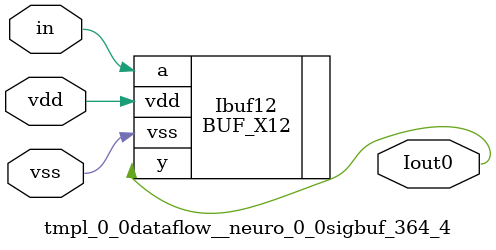
<source format=v>
module tmpl_0_0dataflow__neuro_0_0sigbuf_364_4(in, Iout0 , vdd, vss); 
   input vdd;
   input vss;
   input in;
   

// -- signals ---
   wire in;
   output Iout0 ;

// --- instances
BUF_X12 Ibuf12  (.y(Iout0 ), .a(in), .vdd(vdd), .vss(vss));
endmodule
</source>
